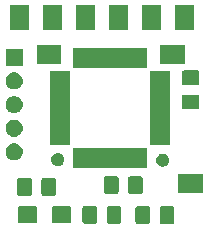
<source format=gbr>
G04 #@! TF.GenerationSoftware,KiCad,Pcbnew,(5.1.4-0-10_14)*
G04 #@! TF.CreationDate,2019-10-28T18:43:38+01:00*
G04 #@! TF.ProjectId,328RFStamp,33323852-4653-4746-916d-702e6b696361,rev?*
G04 #@! TF.SameCoordinates,Original*
G04 #@! TF.FileFunction,Soldermask,Top*
G04 #@! TF.FilePolarity,Negative*
%FSLAX46Y46*%
G04 Gerber Fmt 4.6, Leading zero omitted, Abs format (unit mm)*
G04 Created by KiCad (PCBNEW (5.1.4-0-10_14)) date 2019-10-28 18:43:38*
%MOMM*%
%LPD*%
G04 APERTURE LIST*
%ADD10C,0.100000*%
G04 APERTURE END LIST*
D10*
G36*
X52517274Y-61458065D02*
G01*
X52554967Y-61469499D01*
X52589703Y-61488066D01*
X52620148Y-61513052D01*
X52645134Y-61543497D01*
X52663701Y-61578233D01*
X52675135Y-61615926D01*
X52679600Y-61661261D01*
X52679600Y-62747939D01*
X52675135Y-62793274D01*
X52663701Y-62830967D01*
X52645134Y-62865703D01*
X52620148Y-62896148D01*
X52589703Y-62921134D01*
X52554967Y-62939701D01*
X52517274Y-62951135D01*
X52471939Y-62955600D01*
X51635261Y-62955600D01*
X51589926Y-62951135D01*
X51552233Y-62939701D01*
X51517497Y-62921134D01*
X51487052Y-62896148D01*
X51462066Y-62865703D01*
X51443499Y-62830967D01*
X51432065Y-62793274D01*
X51427600Y-62747939D01*
X51427600Y-61661261D01*
X51432065Y-61615926D01*
X51443499Y-61578233D01*
X51462066Y-61543497D01*
X51487052Y-61513052D01*
X51517497Y-61488066D01*
X51552233Y-61469499D01*
X51589926Y-61458065D01*
X51635261Y-61453600D01*
X52471939Y-61453600D01*
X52517274Y-61458065D01*
X52517274Y-61458065D01*
G37*
G36*
X50467274Y-61458065D02*
G01*
X50504967Y-61469499D01*
X50539703Y-61488066D01*
X50570148Y-61513052D01*
X50595134Y-61543497D01*
X50613701Y-61578233D01*
X50625135Y-61615926D01*
X50629600Y-61661261D01*
X50629600Y-62747939D01*
X50625135Y-62793274D01*
X50613701Y-62830967D01*
X50595134Y-62865703D01*
X50570148Y-62896148D01*
X50539703Y-62921134D01*
X50504967Y-62939701D01*
X50467274Y-62951135D01*
X50421939Y-62955600D01*
X49585261Y-62955600D01*
X49539926Y-62951135D01*
X49502233Y-62939701D01*
X49467497Y-62921134D01*
X49437052Y-62896148D01*
X49412066Y-62865703D01*
X49393499Y-62830967D01*
X49382065Y-62793274D01*
X49377600Y-62747939D01*
X49377600Y-61661261D01*
X49382065Y-61615926D01*
X49393499Y-61578233D01*
X49412066Y-61543497D01*
X49437052Y-61513052D01*
X49467497Y-61488066D01*
X49502233Y-61469499D01*
X49539926Y-61458065D01*
X49585261Y-61453600D01*
X50421939Y-61453600D01*
X50467274Y-61458065D01*
X50467274Y-61458065D01*
G37*
G36*
X45984174Y-61432665D02*
G01*
X46021867Y-61444099D01*
X46056603Y-61462666D01*
X46087048Y-61487652D01*
X46112034Y-61518097D01*
X46130601Y-61552833D01*
X46142035Y-61590526D01*
X46146500Y-61635861D01*
X46146500Y-62722539D01*
X46142035Y-62767874D01*
X46130601Y-62805567D01*
X46112034Y-62840303D01*
X46087048Y-62870748D01*
X46056603Y-62895734D01*
X46021867Y-62914301D01*
X45984174Y-62925735D01*
X45938839Y-62930200D01*
X45102161Y-62930200D01*
X45056826Y-62925735D01*
X45019133Y-62914301D01*
X44984397Y-62895734D01*
X44953952Y-62870748D01*
X44928966Y-62840303D01*
X44910399Y-62805567D01*
X44898965Y-62767874D01*
X44894500Y-62722539D01*
X44894500Y-61635861D01*
X44898965Y-61590526D01*
X44910399Y-61552833D01*
X44928966Y-61518097D01*
X44953952Y-61487652D01*
X44984397Y-61462666D01*
X45019133Y-61444099D01*
X45056826Y-61432665D01*
X45102161Y-61428200D01*
X45938839Y-61428200D01*
X45984174Y-61432665D01*
X45984174Y-61432665D01*
G37*
G36*
X48034174Y-61432665D02*
G01*
X48071867Y-61444099D01*
X48106603Y-61462666D01*
X48137048Y-61487652D01*
X48162034Y-61518097D01*
X48180601Y-61552833D01*
X48192035Y-61590526D01*
X48196500Y-61635861D01*
X48196500Y-62722539D01*
X48192035Y-62767874D01*
X48180601Y-62805567D01*
X48162034Y-62840303D01*
X48137048Y-62870748D01*
X48106603Y-62895734D01*
X48071867Y-62914301D01*
X48034174Y-62925735D01*
X47988839Y-62930200D01*
X47152161Y-62930200D01*
X47106826Y-62925735D01*
X47069133Y-62914301D01*
X47034397Y-62895734D01*
X47003952Y-62870748D01*
X46978966Y-62840303D01*
X46960399Y-62805567D01*
X46948965Y-62767874D01*
X46944500Y-62722539D01*
X46944500Y-61635861D01*
X46948965Y-61590526D01*
X46960399Y-61552833D01*
X46978966Y-61518097D01*
X47003952Y-61487652D01*
X47034397Y-61462666D01*
X47069133Y-61444099D01*
X47106826Y-61432665D01*
X47152161Y-61428200D01*
X47988839Y-61428200D01*
X48034174Y-61432665D01*
X48034174Y-61432665D01*
G37*
G36*
X43801798Y-61432047D02*
G01*
X43837367Y-61442837D01*
X43870139Y-61460354D01*
X43898869Y-61483931D01*
X43922446Y-61512661D01*
X43939963Y-61545433D01*
X43950753Y-61581002D01*
X43955000Y-61624125D01*
X43955000Y-62683475D01*
X43950753Y-62726598D01*
X43939963Y-62762167D01*
X43922446Y-62794939D01*
X43898869Y-62823669D01*
X43870139Y-62847246D01*
X43837367Y-62864763D01*
X43801798Y-62875553D01*
X43758675Y-62879800D01*
X42474325Y-62879800D01*
X42431202Y-62875553D01*
X42395633Y-62864763D01*
X42362861Y-62847246D01*
X42334131Y-62823669D01*
X42310554Y-62794939D01*
X42293037Y-62762167D01*
X42282247Y-62726598D01*
X42278000Y-62683475D01*
X42278000Y-61624125D01*
X42282247Y-61581002D01*
X42293037Y-61545433D01*
X42310554Y-61512661D01*
X42334131Y-61483931D01*
X42362861Y-61460354D01*
X42395633Y-61442837D01*
X42431202Y-61432047D01*
X42474325Y-61427800D01*
X43758675Y-61427800D01*
X43801798Y-61432047D01*
X43801798Y-61432047D01*
G37*
G36*
X40926798Y-61432047D02*
G01*
X40962367Y-61442837D01*
X40995139Y-61460354D01*
X41023869Y-61483931D01*
X41047446Y-61512661D01*
X41064963Y-61545433D01*
X41075753Y-61581002D01*
X41080000Y-61624125D01*
X41080000Y-62683475D01*
X41075753Y-62726598D01*
X41064963Y-62762167D01*
X41047446Y-62794939D01*
X41023869Y-62823669D01*
X40995139Y-62847246D01*
X40962367Y-62864763D01*
X40926798Y-62875553D01*
X40883675Y-62879800D01*
X39599325Y-62879800D01*
X39556202Y-62875553D01*
X39520633Y-62864763D01*
X39487861Y-62847246D01*
X39459131Y-62823669D01*
X39435554Y-62794939D01*
X39418037Y-62762167D01*
X39407247Y-62726598D01*
X39403000Y-62683475D01*
X39403000Y-61624125D01*
X39407247Y-61581002D01*
X39418037Y-61545433D01*
X39435554Y-61512661D01*
X39459131Y-61483931D01*
X39487861Y-61460354D01*
X39520633Y-61442837D01*
X39556202Y-61432047D01*
X39599325Y-61427800D01*
X40883675Y-61427800D01*
X40926798Y-61432047D01*
X40926798Y-61432047D01*
G37*
G36*
X42509674Y-59070465D02*
G01*
X42547367Y-59081899D01*
X42582103Y-59100466D01*
X42612548Y-59125452D01*
X42637534Y-59155897D01*
X42656101Y-59190633D01*
X42667535Y-59228326D01*
X42672000Y-59273661D01*
X42672000Y-60360339D01*
X42667535Y-60405674D01*
X42656101Y-60443367D01*
X42637534Y-60478103D01*
X42612548Y-60508548D01*
X42582103Y-60533534D01*
X42547367Y-60552101D01*
X42509674Y-60563535D01*
X42464339Y-60568000D01*
X41627661Y-60568000D01*
X41582326Y-60563535D01*
X41544633Y-60552101D01*
X41509897Y-60533534D01*
X41479452Y-60508548D01*
X41454466Y-60478103D01*
X41435899Y-60443367D01*
X41424465Y-60405674D01*
X41420000Y-60360339D01*
X41420000Y-59273661D01*
X41424465Y-59228326D01*
X41435899Y-59190633D01*
X41454466Y-59155897D01*
X41479452Y-59125452D01*
X41509897Y-59100466D01*
X41544633Y-59081899D01*
X41582326Y-59070465D01*
X41627661Y-59066000D01*
X42464339Y-59066000D01*
X42509674Y-59070465D01*
X42509674Y-59070465D01*
G37*
G36*
X40459674Y-59070465D02*
G01*
X40497367Y-59081899D01*
X40532103Y-59100466D01*
X40562548Y-59125452D01*
X40587534Y-59155897D01*
X40606101Y-59190633D01*
X40617535Y-59228326D01*
X40622000Y-59273661D01*
X40622000Y-60360339D01*
X40617535Y-60405674D01*
X40606101Y-60443367D01*
X40587534Y-60478103D01*
X40562548Y-60508548D01*
X40532103Y-60533534D01*
X40497367Y-60552101D01*
X40459674Y-60563535D01*
X40414339Y-60568000D01*
X39577661Y-60568000D01*
X39532326Y-60563535D01*
X39494633Y-60552101D01*
X39459897Y-60533534D01*
X39429452Y-60508548D01*
X39404466Y-60478103D01*
X39385899Y-60443367D01*
X39374465Y-60405674D01*
X39370000Y-60360339D01*
X39370000Y-59273661D01*
X39374465Y-59228326D01*
X39385899Y-59190633D01*
X39404466Y-59155897D01*
X39429452Y-59125452D01*
X39459897Y-59100466D01*
X39494633Y-59081899D01*
X39532326Y-59070465D01*
X39577661Y-59066000D01*
X40414339Y-59066000D01*
X40459674Y-59070465D01*
X40459674Y-59070465D01*
G37*
G36*
X49850274Y-58918065D02*
G01*
X49887967Y-58929499D01*
X49922703Y-58948066D01*
X49953148Y-58973052D01*
X49978134Y-59003497D01*
X49996701Y-59038233D01*
X50008135Y-59075926D01*
X50012600Y-59121261D01*
X50012600Y-60207939D01*
X50008135Y-60253274D01*
X49996701Y-60290967D01*
X49978134Y-60325703D01*
X49953148Y-60356148D01*
X49922703Y-60381134D01*
X49887967Y-60399701D01*
X49850274Y-60411135D01*
X49804939Y-60415600D01*
X48968261Y-60415600D01*
X48922926Y-60411135D01*
X48885233Y-60399701D01*
X48850497Y-60381134D01*
X48820052Y-60356148D01*
X48795066Y-60325703D01*
X48776499Y-60290967D01*
X48765065Y-60253274D01*
X48760600Y-60207939D01*
X48760600Y-59121261D01*
X48765065Y-59075926D01*
X48776499Y-59038233D01*
X48795066Y-59003497D01*
X48820052Y-58973052D01*
X48850497Y-58948066D01*
X48885233Y-58929499D01*
X48922926Y-58918065D01*
X48968261Y-58913600D01*
X49804939Y-58913600D01*
X49850274Y-58918065D01*
X49850274Y-58918065D01*
G37*
G36*
X47800274Y-58918065D02*
G01*
X47837967Y-58929499D01*
X47872703Y-58948066D01*
X47903148Y-58973052D01*
X47928134Y-59003497D01*
X47946701Y-59038233D01*
X47958135Y-59075926D01*
X47962600Y-59121261D01*
X47962600Y-60207939D01*
X47958135Y-60253274D01*
X47946701Y-60290967D01*
X47928134Y-60325703D01*
X47903148Y-60356148D01*
X47872703Y-60381134D01*
X47837967Y-60399701D01*
X47800274Y-60411135D01*
X47754939Y-60415600D01*
X46918261Y-60415600D01*
X46872926Y-60411135D01*
X46835233Y-60399701D01*
X46800497Y-60381134D01*
X46770052Y-60356148D01*
X46745066Y-60325703D01*
X46726499Y-60290967D01*
X46715065Y-60253274D01*
X46710600Y-60207939D01*
X46710600Y-59121261D01*
X46715065Y-59075926D01*
X46726499Y-59038233D01*
X46745066Y-59003497D01*
X46770052Y-58973052D01*
X46800497Y-58948066D01*
X46835233Y-58929499D01*
X46872926Y-58918065D01*
X46918261Y-58913600D01*
X47754939Y-58913600D01*
X47800274Y-58918065D01*
X47800274Y-58918065D01*
G37*
G36*
X55102200Y-60313200D02*
G01*
X53000200Y-60313200D01*
X53000200Y-58711200D01*
X55102200Y-58711200D01*
X55102200Y-60313200D01*
X55102200Y-60313200D01*
G37*
G36*
X50370000Y-58225100D02*
G01*
X44118000Y-58225100D01*
X44118000Y-56523100D01*
X50370000Y-56523100D01*
X50370000Y-58225100D01*
X50370000Y-58225100D01*
G37*
G36*
X51849721Y-57026574D02*
G01*
X51949995Y-57068109D01*
X51964214Y-57077610D01*
X52040242Y-57128410D01*
X52116990Y-57205158D01*
X52116991Y-57205160D01*
X52177291Y-57295405D01*
X52218826Y-57395679D01*
X52240000Y-57502130D01*
X52240000Y-57610670D01*
X52218826Y-57717121D01*
X52177291Y-57817395D01*
X52177290Y-57817396D01*
X52116990Y-57907642D01*
X52040242Y-57984390D01*
X51994812Y-58014745D01*
X51949995Y-58044691D01*
X51849721Y-58086226D01*
X51743270Y-58107400D01*
X51634730Y-58107400D01*
X51528279Y-58086226D01*
X51428005Y-58044691D01*
X51383188Y-58014745D01*
X51337758Y-57984390D01*
X51261010Y-57907642D01*
X51200710Y-57817396D01*
X51200709Y-57817395D01*
X51159174Y-57717121D01*
X51138000Y-57610670D01*
X51138000Y-57502130D01*
X51159174Y-57395679D01*
X51200709Y-57295405D01*
X51261009Y-57205160D01*
X51261010Y-57205158D01*
X51337758Y-57128410D01*
X51413786Y-57077610D01*
X51428005Y-57068109D01*
X51528279Y-57026574D01*
X51634730Y-57005400D01*
X51743270Y-57005400D01*
X51849721Y-57026574D01*
X51849721Y-57026574D01*
G37*
G36*
X42959721Y-56975774D02*
G01*
X43059995Y-57017309D01*
X43059996Y-57017310D01*
X43150242Y-57077610D01*
X43226990Y-57154358D01*
X43226991Y-57154360D01*
X43287291Y-57244605D01*
X43328826Y-57344879D01*
X43350000Y-57451330D01*
X43350000Y-57559870D01*
X43328826Y-57666321D01*
X43287291Y-57766595D01*
X43287290Y-57766596D01*
X43226990Y-57856842D01*
X43150242Y-57933590D01*
X43104812Y-57963945D01*
X43059995Y-57993891D01*
X42959721Y-58035426D01*
X42853270Y-58056600D01*
X42744730Y-58056600D01*
X42638279Y-58035426D01*
X42538005Y-57993891D01*
X42493188Y-57963945D01*
X42447758Y-57933590D01*
X42371010Y-57856842D01*
X42310710Y-57766596D01*
X42310709Y-57766595D01*
X42269174Y-57666321D01*
X42248000Y-57559870D01*
X42248000Y-57451330D01*
X42269174Y-57344879D01*
X42310709Y-57244605D01*
X42371009Y-57154360D01*
X42371010Y-57154358D01*
X42447758Y-57077610D01*
X42538004Y-57017310D01*
X42538005Y-57017309D01*
X42638279Y-56975774D01*
X42744730Y-56954600D01*
X42853270Y-56954600D01*
X42959721Y-56975774D01*
X42959721Y-56975774D01*
G37*
G36*
X39187213Y-56121702D02*
G01*
X39258321Y-56128705D01*
X39395172Y-56170219D01*
X39395175Y-56170220D01*
X39521294Y-56237632D01*
X39631843Y-56328357D01*
X39722568Y-56438906D01*
X39789980Y-56565025D01*
X39789981Y-56565028D01*
X39831495Y-56701879D01*
X39845512Y-56844200D01*
X39831495Y-56986521D01*
X39806745Y-57068109D01*
X39789980Y-57123375D01*
X39722568Y-57249494D01*
X39631843Y-57360043D01*
X39521294Y-57450768D01*
X39395175Y-57518180D01*
X39395172Y-57518181D01*
X39258321Y-57559695D01*
X39187213Y-57566698D01*
X39151660Y-57570200D01*
X39080340Y-57570200D01*
X39044787Y-57566698D01*
X38973679Y-57559695D01*
X38836828Y-57518181D01*
X38836825Y-57518180D01*
X38710706Y-57450768D01*
X38600157Y-57360043D01*
X38509432Y-57249494D01*
X38442020Y-57123375D01*
X38425255Y-57068109D01*
X38400505Y-56986521D01*
X38386488Y-56844200D01*
X38400505Y-56701879D01*
X38442019Y-56565028D01*
X38442020Y-56565025D01*
X38509432Y-56438906D01*
X38600157Y-56328357D01*
X38710706Y-56237632D01*
X38836825Y-56170220D01*
X38836828Y-56170219D01*
X38973679Y-56128705D01*
X39044787Y-56121702D01*
X39080340Y-56118200D01*
X39151660Y-56118200D01*
X39187213Y-56121702D01*
X39187213Y-56121702D01*
G37*
G36*
X43845000Y-56250100D02*
G01*
X42143000Y-56250100D01*
X42143000Y-49998100D01*
X43845000Y-49998100D01*
X43845000Y-56250100D01*
X43845000Y-56250100D01*
G37*
G36*
X52345000Y-56250100D02*
G01*
X50643000Y-56250100D01*
X50643000Y-49998100D01*
X52345000Y-49998100D01*
X52345000Y-56250100D01*
X52345000Y-56250100D01*
G37*
G36*
X39187213Y-54121702D02*
G01*
X39258321Y-54128705D01*
X39395172Y-54170219D01*
X39395175Y-54170220D01*
X39521294Y-54237632D01*
X39631843Y-54328357D01*
X39722568Y-54438906D01*
X39789980Y-54565025D01*
X39789981Y-54565028D01*
X39831495Y-54701879D01*
X39845512Y-54844200D01*
X39831495Y-54986521D01*
X39789981Y-55123372D01*
X39789980Y-55123375D01*
X39722568Y-55249494D01*
X39631843Y-55360043D01*
X39521294Y-55450768D01*
X39395175Y-55518180D01*
X39395172Y-55518181D01*
X39258321Y-55559695D01*
X39187213Y-55566698D01*
X39151660Y-55570200D01*
X39080340Y-55570200D01*
X39044787Y-55566698D01*
X38973679Y-55559695D01*
X38836828Y-55518181D01*
X38836825Y-55518180D01*
X38710706Y-55450768D01*
X38600157Y-55360043D01*
X38509432Y-55249494D01*
X38442020Y-55123375D01*
X38442019Y-55123372D01*
X38400505Y-54986521D01*
X38386488Y-54844200D01*
X38400505Y-54701879D01*
X38442019Y-54565028D01*
X38442020Y-54565025D01*
X38509432Y-54438906D01*
X38600157Y-54328357D01*
X38710706Y-54237632D01*
X38836825Y-54170220D01*
X38836828Y-54170219D01*
X38973679Y-54128705D01*
X39044787Y-54121702D01*
X39080340Y-54118200D01*
X39151660Y-54118200D01*
X39187213Y-54121702D01*
X39187213Y-54121702D01*
G37*
G36*
X39187213Y-52121702D02*
G01*
X39258321Y-52128705D01*
X39395172Y-52170219D01*
X39395175Y-52170220D01*
X39521294Y-52237632D01*
X39631843Y-52328357D01*
X39722568Y-52438906D01*
X39789980Y-52565025D01*
X39789981Y-52565028D01*
X39831495Y-52701879D01*
X39845512Y-52844200D01*
X39831495Y-52986521D01*
X39812208Y-53050100D01*
X39789980Y-53123375D01*
X39722568Y-53249494D01*
X39631843Y-53360043D01*
X39521294Y-53450768D01*
X39395175Y-53518180D01*
X39395172Y-53518181D01*
X39258321Y-53559695D01*
X39187213Y-53566698D01*
X39151660Y-53570200D01*
X39080340Y-53570200D01*
X39044787Y-53566698D01*
X38973679Y-53559695D01*
X38836828Y-53518181D01*
X38836825Y-53518180D01*
X38710706Y-53450768D01*
X38600157Y-53360043D01*
X38509432Y-53249494D01*
X38442020Y-53123375D01*
X38419792Y-53050100D01*
X38400505Y-52986521D01*
X38386488Y-52844200D01*
X38400505Y-52701879D01*
X38442019Y-52565028D01*
X38442020Y-52565025D01*
X38509432Y-52438906D01*
X38600157Y-52328357D01*
X38710706Y-52237632D01*
X38836825Y-52170220D01*
X38836828Y-52170219D01*
X38973679Y-52128705D01*
X39044787Y-52121702D01*
X39080340Y-52118200D01*
X39151660Y-52118200D01*
X39187213Y-52121702D01*
X39187213Y-52121702D01*
G37*
G36*
X54639874Y-52016265D02*
G01*
X54677567Y-52027699D01*
X54712303Y-52046266D01*
X54742748Y-52071252D01*
X54767734Y-52101697D01*
X54786301Y-52136433D01*
X54797735Y-52174126D01*
X54802200Y-52219461D01*
X54802200Y-53056139D01*
X54797735Y-53101474D01*
X54786301Y-53139167D01*
X54767734Y-53173903D01*
X54742748Y-53204348D01*
X54712303Y-53229334D01*
X54677567Y-53247901D01*
X54639874Y-53259335D01*
X54594539Y-53263800D01*
X53507861Y-53263800D01*
X53462526Y-53259335D01*
X53424833Y-53247901D01*
X53390097Y-53229334D01*
X53359652Y-53204348D01*
X53334666Y-53173903D01*
X53316099Y-53139167D01*
X53304665Y-53101474D01*
X53300200Y-53056139D01*
X53300200Y-52219461D01*
X53304665Y-52174126D01*
X53316099Y-52136433D01*
X53334666Y-52101697D01*
X53359652Y-52071252D01*
X53390097Y-52046266D01*
X53424833Y-52027699D01*
X53462526Y-52016265D01*
X53507861Y-52011800D01*
X54594539Y-52011800D01*
X54639874Y-52016265D01*
X54639874Y-52016265D01*
G37*
G36*
X39187213Y-50121702D02*
G01*
X39258321Y-50128705D01*
X39392673Y-50169461D01*
X39395175Y-50170220D01*
X39521294Y-50237632D01*
X39631843Y-50328357D01*
X39722568Y-50438906D01*
X39789980Y-50565025D01*
X39789981Y-50565028D01*
X39831495Y-50701879D01*
X39845512Y-50844200D01*
X39831495Y-50986521D01*
X39789981Y-51123372D01*
X39789980Y-51123375D01*
X39722568Y-51249494D01*
X39631843Y-51360043D01*
X39521294Y-51450768D01*
X39395175Y-51518180D01*
X39395172Y-51518181D01*
X39258321Y-51559695D01*
X39187213Y-51566698D01*
X39151660Y-51570200D01*
X39080340Y-51570200D01*
X39044787Y-51566698D01*
X38973679Y-51559695D01*
X38836828Y-51518181D01*
X38836825Y-51518180D01*
X38710706Y-51450768D01*
X38600157Y-51360043D01*
X38509432Y-51249494D01*
X38442020Y-51123375D01*
X38442019Y-51123372D01*
X38400505Y-50986521D01*
X38386488Y-50844200D01*
X38400505Y-50701879D01*
X38442019Y-50565028D01*
X38442020Y-50565025D01*
X38509432Y-50438906D01*
X38600157Y-50328357D01*
X38710706Y-50237632D01*
X38836825Y-50170220D01*
X38839327Y-50169461D01*
X38973679Y-50128705D01*
X39044787Y-50121702D01*
X39080340Y-50118200D01*
X39151660Y-50118200D01*
X39187213Y-50121702D01*
X39187213Y-50121702D01*
G37*
G36*
X54639874Y-49966265D02*
G01*
X54677567Y-49977699D01*
X54712303Y-49996266D01*
X54742748Y-50021252D01*
X54767734Y-50051697D01*
X54786301Y-50086433D01*
X54797735Y-50124126D01*
X54802200Y-50169461D01*
X54802200Y-51006139D01*
X54797735Y-51051474D01*
X54786301Y-51089167D01*
X54767734Y-51123903D01*
X54742748Y-51154348D01*
X54712303Y-51179334D01*
X54677567Y-51197901D01*
X54639874Y-51209335D01*
X54594539Y-51213800D01*
X53507861Y-51213800D01*
X53462526Y-51209335D01*
X53424833Y-51197901D01*
X53390097Y-51179334D01*
X53359652Y-51154348D01*
X53334666Y-51123903D01*
X53316099Y-51089167D01*
X53304665Y-51051474D01*
X53300200Y-51006139D01*
X53300200Y-50169461D01*
X53304665Y-50124126D01*
X53316099Y-50086433D01*
X53334666Y-50051697D01*
X53359652Y-50021252D01*
X53390097Y-49996266D01*
X53424833Y-49977699D01*
X53462526Y-49966265D01*
X53507861Y-49961800D01*
X54594539Y-49961800D01*
X54639874Y-49966265D01*
X54639874Y-49966265D01*
G37*
G36*
X50370000Y-49725100D02*
G01*
X44118000Y-49725100D01*
X44118000Y-48023100D01*
X50370000Y-48023100D01*
X50370000Y-49725100D01*
X50370000Y-49725100D01*
G37*
G36*
X39842000Y-49570200D02*
G01*
X38390000Y-49570200D01*
X38390000Y-48118200D01*
X39842000Y-48118200D01*
X39842000Y-49570200D01*
X39842000Y-49570200D01*
G37*
G36*
X53552840Y-49391200D02*
G01*
X51450840Y-49391200D01*
X51450840Y-47789200D01*
X53552840Y-47789200D01*
X53552840Y-49391200D01*
X53552840Y-49391200D01*
G37*
G36*
X43113400Y-49391200D02*
G01*
X41011400Y-49391200D01*
X41011400Y-47789200D01*
X43113400Y-47789200D01*
X43113400Y-49391200D01*
X43113400Y-49391200D01*
G37*
G36*
X45985060Y-46562720D02*
G01*
X44383060Y-46562720D01*
X44383060Y-44460720D01*
X45985060Y-44460720D01*
X45985060Y-46562720D01*
X45985060Y-46562720D01*
G37*
G36*
X48779060Y-46562720D02*
G01*
X47177060Y-46562720D01*
X47177060Y-44460720D01*
X48779060Y-44460720D01*
X48779060Y-46562720D01*
X48779060Y-46562720D01*
G37*
G36*
X51573060Y-46562720D02*
G01*
X49971060Y-46562720D01*
X49971060Y-44460720D01*
X51573060Y-44460720D01*
X51573060Y-46562720D01*
X51573060Y-46562720D01*
G37*
G36*
X43188520Y-46560180D02*
G01*
X41586520Y-46560180D01*
X41586520Y-44458180D01*
X43188520Y-44458180D01*
X43188520Y-46560180D01*
X43188520Y-46560180D01*
G37*
G36*
X54369600Y-46560180D02*
G01*
X52767600Y-46560180D01*
X52767600Y-44458180D01*
X54369600Y-44458180D01*
X54369600Y-46560180D01*
X54369600Y-46560180D01*
G37*
G36*
X40391980Y-46560180D02*
G01*
X38789980Y-46560180D01*
X38789980Y-44458180D01*
X40391980Y-44458180D01*
X40391980Y-46560180D01*
X40391980Y-46560180D01*
G37*
M02*

</source>
